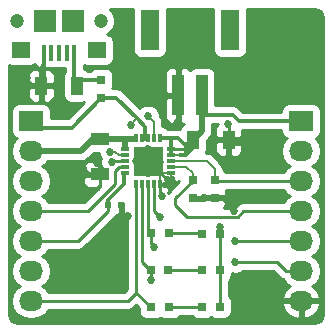
<source format=gtl>
%TF.GenerationSoftware,KiCad,Pcbnew,4.0.5-e0-6337~49~ubuntu16.04.1*%
%TF.CreationDate,2017-07-20T10:54:41-07:00*%
%TF.ProjectId,mcp73871-battery-mgmt-breakout,6D637037333837312D62617474657279,1.0*%
%TF.FileFunction,Copper,L1,Top,Signal*%
%FSLAX46Y46*%
G04 Gerber Fmt 4.6, Leading zero omitted, Abs format (unit mm)*
G04 Created by KiCad (PCBNEW 4.0.5-e0-6337~49~ubuntu16.04.1) date Thu Jul 20 10:54:41 2017*
%MOMM*%
%LPD*%
G01*
G04 APERTURE LIST*
%ADD10C,0.350000*%
%ADD11R,0.400000X1.350000*%
%ADD12R,1.600000X1.400000*%
%ADD13C,1.200000*%
%ADD14R,1.900000X1.900000*%
%ADD15R,1.000000X3.500000*%
%ADD16R,1.600000X3.400000*%
%ADD17R,2.032000X1.727200*%
%ADD18O,2.032000X1.727200*%
%ADD19R,0.800000X0.750000*%
%ADD20R,0.750000X0.800000*%
%ADD21R,0.600000X0.500000*%
%ADD22R,0.730000X0.300000*%
%ADD23R,0.300000X0.730000*%
%ADD24R,1.250000X1.250000*%
%ADD25R,1.600000X1.000000*%
%ADD26R,1.000000X1.600000*%
%ADD27C,0.685800*%
%ADD28C,0.330200*%
%ADD29C,0.254000*%
%ADD30C,0.152400*%
%ADD31C,0.508000*%
%ADD32C,0.330200*%
%ADD33C,0.350000*%
G04 APERTURE END LIST*
D10*
D11*
X120500836Y-78031234D03*
X119850836Y-78031234D03*
X119201736Y-78031234D03*
X118550836Y-78031234D03*
X117900836Y-78031234D03*
D12*
X122400836Y-77806234D03*
D13*
X122750836Y-75356234D03*
D14*
X120400836Y-75356234D03*
X118000836Y-75356234D03*
D12*
X116000836Y-77806234D03*
D13*
X115650836Y-75356234D03*
D15*
X131305600Y-81648400D03*
X129305600Y-81648400D03*
D16*
X133705600Y-76098400D03*
X126905600Y-76098400D03*
D17*
X116840000Y-83820000D03*
D18*
X116840000Y-86360000D03*
X116840000Y-88900000D03*
X116840000Y-91440000D03*
X116840000Y-93980000D03*
X116840000Y-96520000D03*
X116840000Y-99060000D03*
D17*
X139700000Y-83820000D03*
D18*
X139700000Y-86360000D03*
X139700000Y-88900000D03*
X139700000Y-91440000D03*
X139700000Y-93980000D03*
X139700000Y-96520000D03*
X139700000Y-99060000D03*
D19*
X131318000Y-93393490D03*
X132818000Y-93393490D03*
X131318000Y-96432162D03*
X132818000Y-96432162D03*
X131318000Y-99532000D03*
X132818000Y-99532000D03*
D20*
X122783600Y-81865600D03*
X122783600Y-80365600D03*
D19*
X128500000Y-93343490D03*
X127000000Y-93343490D03*
X128460128Y-96432162D03*
X126960128Y-96432162D03*
X128500000Y-99568000D03*
X127000000Y-99568000D03*
D21*
X123380000Y-90900000D03*
X124480000Y-90900000D03*
D20*
X132380000Y-88800000D03*
X132380000Y-90300000D03*
X130530000Y-88850000D03*
X130530000Y-90350000D03*
D22*
X124790000Y-86225000D03*
X124790000Y-86725000D03*
X124790000Y-87225000D03*
X124790000Y-87725000D03*
X124790000Y-88225000D03*
D23*
X125755000Y-89190000D03*
X126255000Y-89190000D03*
X126755000Y-89190000D03*
X127255000Y-89190000D03*
X127755000Y-89190000D03*
D22*
X128720000Y-88225000D03*
X128720000Y-87725000D03*
X128720000Y-87225000D03*
X128720000Y-86725000D03*
X128720000Y-86225000D03*
D23*
X127755000Y-85260000D03*
X127255000Y-85260000D03*
X126755000Y-85260000D03*
X126255000Y-85260000D03*
X125755000Y-85260000D03*
D24*
X127380000Y-87850000D03*
X127380000Y-86600000D03*
X126130000Y-87850000D03*
X126130000Y-86600000D03*
D25*
X122682000Y-85344000D03*
X122682000Y-88344000D03*
D26*
X120703600Y-80822800D03*
X117703600Y-80822800D03*
X130580000Y-85407500D03*
X133580000Y-85407500D03*
D27*
X121221500Y-87820500D03*
X133985000Y-91440000D03*
X122428000Y-87376000D03*
X127928110Y-90170000D03*
X129231053Y-83959690D03*
X135076320Y-85737690D03*
X125081890Y-91859110D03*
X133534461Y-84066106D03*
X116484400Y-80162400D03*
X131470400Y-90373200D03*
X128422400Y-88825000D03*
X129286000Y-79095600D03*
X128117600Y-81686400D03*
X127758098Y-87254538D03*
X125751902Y-87221942D03*
X126782981Y-88228098D03*
X126765238Y-86221902D03*
X126780000Y-87200000D03*
X132818000Y-92773500D03*
X123543991Y-86409786D03*
X125272800Y-84175600D03*
X127254000Y-94488000D03*
X134112000Y-95758000D03*
X127000000Y-97282000D03*
X123662903Y-87290806D03*
X134112000Y-93980000D03*
X127762000Y-91948000D03*
X126746000Y-83413600D03*
D28*
X122783600Y-80365600D02*
X121160800Y-80365600D01*
X121160800Y-80365600D02*
X120703600Y-80822800D01*
X120500836Y-78031234D02*
X120500836Y-80620036D01*
X120500836Y-80620036D02*
X120703600Y-80822800D01*
D29*
X122682000Y-88344000D02*
X121745000Y-88344000D01*
X121745000Y-88344000D02*
X121221500Y-87820500D01*
X133985000Y-91440000D02*
X133985000Y-90741500D01*
X132380000Y-90300000D02*
X132972000Y-90300000D01*
X132972000Y-90300000D02*
X134112000Y-91440000D01*
X122682000Y-88344000D02*
X122682000Y-89408000D01*
X122682000Y-88344000D02*
X122682000Y-87630000D01*
X122682000Y-87630000D02*
X122428000Y-87376000D01*
X127755000Y-89996890D02*
X127928110Y-90170000D01*
X127755000Y-89190000D02*
X127755000Y-89996890D01*
X129305600Y-81648400D02*
X129305600Y-83885143D01*
X129305600Y-83885143D02*
X129231053Y-83959690D01*
X135064010Y-85750000D02*
X135076320Y-85737690D01*
X133630000Y-85750000D02*
X135064010Y-85750000D01*
D28*
X124858910Y-91859110D02*
X125081890Y-91859110D01*
X124480000Y-90900000D02*
X124480000Y-91480200D01*
X124480000Y-91480200D02*
X124858910Y-91859110D01*
D30*
X117703600Y-80822800D02*
X117043200Y-80822800D01*
X117043200Y-80822800D02*
X116484400Y-81381600D01*
X117703600Y-80822800D02*
X117051200Y-80822800D01*
X117051200Y-80822800D02*
X116484400Y-80256000D01*
X116484400Y-80256000D02*
X116484400Y-80162400D01*
D28*
X117900836Y-78031234D02*
X117900836Y-80625564D01*
X117900836Y-80625564D02*
X117703600Y-80822800D01*
D30*
X130530000Y-90350000D02*
X131447200Y-90350000D01*
X131447200Y-90350000D02*
X131470400Y-90373200D01*
D29*
X127380000Y-87850000D02*
X127447400Y-87850000D01*
X127447400Y-87850000D02*
X128422400Y-88825000D01*
X133630000Y-85750000D02*
X133630000Y-83997200D01*
X129305600Y-81648400D02*
X129305600Y-79115200D01*
X129305600Y-79115200D02*
X129286000Y-79095600D01*
X129305600Y-81648400D02*
X128155600Y-81648400D01*
X128155600Y-81648400D02*
X128117600Y-81686400D01*
D30*
X128720000Y-88225000D02*
X128720000Y-88527400D01*
X128720000Y-88527400D02*
X128057400Y-89190000D01*
X128057400Y-89190000D02*
X127755000Y-89190000D01*
X128720000Y-88225000D02*
X127755000Y-88225000D01*
X127755000Y-88225000D02*
X127380000Y-87850000D01*
X127755000Y-89190000D02*
X127755000Y-88225000D01*
D29*
X126780000Y-87200000D02*
X127703560Y-87200000D01*
X127703560Y-87200000D02*
X127758098Y-87254538D01*
X126780000Y-87200000D02*
X125773844Y-87200000D01*
X125773844Y-87200000D02*
X125751902Y-87221942D01*
X126780000Y-87200000D02*
X126780000Y-88225117D01*
X126780000Y-87200000D02*
X126780000Y-86236664D01*
X126780000Y-86236664D02*
X126765238Y-86221902D01*
X126780000Y-87200000D02*
X126130000Y-87850000D01*
X127380000Y-86600000D02*
X127380000Y-87479000D01*
X124790000Y-86225000D02*
X124790000Y-85369200D01*
X124790000Y-85369200D02*
X124764800Y-85344000D01*
X122682000Y-85344000D02*
X125671000Y-85344000D01*
X125671000Y-85344000D02*
X125755000Y-85260000D01*
D31*
X122682000Y-85344000D02*
X122077200Y-85344000D01*
X122077200Y-85344000D02*
X121061200Y-86360000D01*
X121061200Y-86360000D02*
X116840000Y-86360000D01*
X122077200Y-85344000D02*
X122377200Y-85344000D01*
X124764800Y-85344000D02*
X125596999Y-85344000D01*
X122377200Y-85344000D02*
X124764800Y-85344000D01*
X124764800Y-85344000D02*
X124764800Y-86066999D01*
D28*
X129955000Y-86725000D02*
X129955000Y-86423500D01*
X129955000Y-86423500D02*
X129955000Y-85779500D01*
D29*
X130580000Y-85407500D02*
X130580000Y-85798500D01*
X130580000Y-85798500D02*
X129955000Y-86423500D01*
X130580000Y-85407500D02*
X130580000Y-85383500D01*
X130580000Y-85383500D02*
X131305600Y-84657900D01*
D28*
X131305600Y-83566000D02*
X131567495Y-83304105D01*
X131567495Y-83304105D02*
X133900222Y-83304105D01*
X133900222Y-83304105D02*
X134416117Y-83820000D01*
X134416117Y-83820000D02*
X139700000Y-83820000D01*
D31*
X131305600Y-81648400D02*
X131305600Y-83566000D01*
X131305600Y-83566000D02*
X131305600Y-84657900D01*
X131305600Y-84657900D02*
X130630000Y-85333500D01*
X130630000Y-85333500D02*
X130630000Y-85750000D01*
D28*
X130630000Y-85750000D02*
X129984500Y-85750000D01*
X129984500Y-85750000D02*
X129799800Y-85750000D01*
X129955000Y-85779500D02*
X129984500Y-85750000D01*
X128720000Y-86225000D02*
X128720000Y-85265500D01*
X128720000Y-85265500D02*
X128714500Y-85260000D01*
X128720000Y-86225000D02*
X128720000Y-86655899D01*
D30*
X128720000Y-86725000D02*
X129489382Y-86725000D01*
X129489382Y-86725000D02*
X129438400Y-86725000D01*
D28*
X129955000Y-86725000D02*
X129489382Y-86725000D01*
X130630000Y-85750000D02*
X130630000Y-86050000D01*
X130630000Y-86050000D02*
X129955000Y-86725000D01*
X129309800Y-85260000D02*
X128714500Y-85260000D01*
X128714500Y-85260000D02*
X127824101Y-85260000D01*
X129799800Y-85750000D02*
X129309800Y-85260000D01*
D29*
X130630000Y-85750000D02*
X130630000Y-85450000D01*
X129955000Y-86725000D02*
X129438400Y-86725000D01*
X128720000Y-86225000D02*
X129997200Y-86225000D01*
X130630000Y-85750000D02*
X130472200Y-85750000D01*
X130472200Y-85750000D02*
X129997200Y-86225000D01*
D30*
X128720000Y-86725000D02*
X128720000Y-86225000D01*
D29*
X128500000Y-93343490D02*
X131268000Y-93343490D01*
X131268000Y-93343490D02*
X131318000Y-93393490D01*
X132818000Y-93393490D02*
X132818000Y-92773500D01*
D30*
X124790000Y-86725000D02*
X124272600Y-86725000D01*
X124272600Y-86725000D02*
X123957386Y-86409786D01*
X123957386Y-86409786D02*
X123543991Y-86409786D01*
D28*
X124070236Y-81865600D02*
X122783600Y-81865600D01*
X124070236Y-81865600D02*
X125882400Y-83677764D01*
D29*
X132818000Y-96432162D02*
X132818000Y-93393490D01*
X132818000Y-99532000D02*
X132818000Y-96432162D01*
D28*
X116535200Y-84378800D02*
X120295400Y-84378800D01*
X120295400Y-84378800D02*
X122783600Y-81890600D01*
X122783600Y-81890600D02*
X122783600Y-81865600D01*
X125882400Y-83677764D02*
X126492000Y-84287364D01*
D30*
X125272800Y-84175600D02*
X125770636Y-83677764D01*
X125770636Y-83677764D02*
X125882400Y-83677764D01*
D28*
X126492000Y-84287364D02*
X126492000Y-85140800D01*
D30*
X126755000Y-85260000D02*
X126611200Y-85260000D01*
X126611200Y-85260000D02*
X126492000Y-85140800D01*
X126255000Y-85260000D02*
X126372800Y-85260000D01*
D28*
X126492000Y-85140800D02*
X126492000Y-85344000D01*
D30*
X126372800Y-85260000D02*
X126492000Y-85140800D01*
D29*
X128460128Y-96432162D02*
X131318000Y-96432162D01*
X128500000Y-99568000D02*
X131282000Y-99568000D01*
X131282000Y-99568000D02*
X131318000Y-99532000D01*
X127000000Y-93343490D02*
X127000000Y-94234000D01*
X127000000Y-94234000D02*
X127254000Y-94488000D01*
X126755000Y-89190000D02*
X126755000Y-93098490D01*
X126755000Y-93098490D02*
X127000000Y-93343490D01*
X137668000Y-95758000D02*
X134112000Y-95758000D01*
X139700000Y-96520000D02*
X138430000Y-96520000D01*
X138430000Y-96520000D02*
X137668000Y-95758000D01*
X127000000Y-97282000D02*
X127000000Y-96472034D01*
X127000000Y-96472034D02*
X126960128Y-96432162D01*
X126255000Y-89190000D02*
X126255000Y-95752034D01*
X126255000Y-95752034D02*
X126935128Y-96432162D01*
X126935128Y-96432162D02*
X126960128Y-96432162D01*
X116840000Y-99060000D02*
X125043000Y-99060000D01*
X125043000Y-99060000D02*
X125755000Y-98348000D01*
X125755000Y-89190000D02*
X125755000Y-98348000D01*
X125755000Y-98348000D02*
X126975000Y-99568000D01*
X126975000Y-99568000D02*
X127000000Y-99568000D01*
X116840000Y-93980000D02*
X120804000Y-93980000D01*
X123380000Y-91404000D02*
X123380000Y-90900000D01*
X120804000Y-93980000D02*
X123380000Y-91404000D01*
D28*
X124720899Y-88294101D02*
X124714000Y-88301000D01*
X124714000Y-88301000D02*
X124714000Y-89154000D01*
X124714000Y-89154000D02*
X123380000Y-90488000D01*
X123380000Y-90488000D02*
X123380000Y-90900000D01*
D29*
X139700000Y-88900000D02*
X132480000Y-88900000D01*
X132480000Y-88900000D02*
X132380000Y-88800000D01*
D30*
X131725800Y-87225000D02*
X132380000Y-87879200D01*
X132380000Y-87879200D02*
X132380000Y-88800000D01*
X128720000Y-87225000D02*
X131725800Y-87225000D01*
D29*
X139700000Y-91440000D02*
X134830011Y-91440000D01*
X134830011Y-91440000D02*
X134344869Y-91925142D01*
X134344869Y-91925142D02*
X130025142Y-91925142D01*
X129032000Y-90932000D02*
X129032000Y-90373000D01*
X130025142Y-91925142D02*
X129032000Y-90932000D01*
X129032000Y-90373000D02*
X130530000Y-88875000D01*
X130530000Y-88875000D02*
X130530000Y-88850000D01*
D30*
X129990600Y-87725000D02*
X130530000Y-88264400D01*
X130530000Y-88264400D02*
X130530000Y-88850000D01*
X128720000Y-87725000D02*
X129990600Y-87725000D01*
D29*
X124790000Y-87225000D02*
X123728709Y-87225000D01*
X123728709Y-87225000D02*
X123662903Y-87290806D01*
X121646192Y-91440000D02*
X123952000Y-89134192D01*
X116840000Y-91440000D02*
X121646192Y-91440000D01*
X124248264Y-87725000D02*
X124790000Y-87725000D01*
X123952000Y-89134192D02*
X123952000Y-88021264D01*
X123952000Y-88021264D02*
X124248264Y-87725000D01*
X134366000Y-93980000D02*
X134112000Y-93980000D01*
X139700000Y-93980000D02*
X134366000Y-93980000D01*
X127255000Y-89190000D02*
X127255000Y-91441000D01*
X127255000Y-91441000D02*
X127762000Y-91948000D01*
D30*
X127255000Y-85260000D02*
X127255000Y-83922600D01*
X127255000Y-83922600D02*
X126746000Y-83413600D01*
D29*
G36*
X125458160Y-74398400D02*
X125458160Y-77798400D01*
X125502438Y-78033717D01*
X125641510Y-78249841D01*
X125853710Y-78394831D01*
X126105600Y-78445840D01*
X127705600Y-78445840D01*
X127940917Y-78401562D01*
X128157041Y-78262490D01*
X128302031Y-78050290D01*
X128353040Y-77798400D01*
X128353040Y-74398400D01*
X128347922Y-74371200D01*
X132263668Y-74371200D01*
X132258160Y-74398400D01*
X132258160Y-77798400D01*
X132302438Y-78033717D01*
X132441510Y-78249841D01*
X132653710Y-78394831D01*
X132905600Y-78445840D01*
X134505600Y-78445840D01*
X134740917Y-78401562D01*
X134957041Y-78262490D01*
X135102031Y-78050290D01*
X135153040Y-77798400D01*
X135153040Y-74398400D01*
X135147922Y-74371200D01*
X140899955Y-74371200D01*
X141178511Y-74426608D01*
X141355278Y-74544720D01*
X141473392Y-74721490D01*
X141528800Y-75000049D01*
X141528800Y-100259951D01*
X141473392Y-100538510D01*
X141355278Y-100715280D01*
X141178511Y-100833392D01*
X140899955Y-100888800D01*
X115640049Y-100888800D01*
X115361490Y-100833392D01*
X115184720Y-100715278D01*
X115066608Y-100538511D01*
X115011200Y-100259955D01*
X115011200Y-81108550D01*
X116568600Y-81108550D01*
X116568600Y-81749110D01*
X116665273Y-81982499D01*
X116843902Y-82161127D01*
X117077291Y-82257800D01*
X117417850Y-82257800D01*
X117576600Y-82099050D01*
X117576600Y-80949800D01*
X117830600Y-80949800D01*
X117830600Y-82099050D01*
X117989350Y-82257800D01*
X118329909Y-82257800D01*
X118563298Y-82161127D01*
X118741927Y-81982499D01*
X118838600Y-81749110D01*
X118838600Y-81108550D01*
X118679850Y-80949800D01*
X117830600Y-80949800D01*
X117576600Y-80949800D01*
X116727350Y-80949800D01*
X116568600Y-81108550D01*
X115011200Y-81108550D01*
X115011200Y-79896490D01*
X116568600Y-79896490D01*
X116568600Y-80537050D01*
X116727350Y-80695800D01*
X117576600Y-80695800D01*
X117576600Y-79546550D01*
X117830600Y-79546550D01*
X117830600Y-80695800D01*
X118679850Y-80695800D01*
X118838600Y-80537050D01*
X118838600Y-79896490D01*
X118741927Y-79663101D01*
X118563298Y-79484473D01*
X118329909Y-79387800D01*
X117989350Y-79387800D01*
X117830600Y-79546550D01*
X117576600Y-79546550D01*
X117417850Y-79387800D01*
X117077291Y-79387800D01*
X116843902Y-79484473D01*
X116665273Y-79663101D01*
X116568600Y-79896490D01*
X115011200Y-79896490D01*
X115011200Y-79115272D01*
X115200836Y-79153674D01*
X116800836Y-79153674D01*
X117036153Y-79109396D01*
X117150132Y-79036052D01*
X117162509Y-79065932D01*
X117341137Y-79244561D01*
X117574526Y-79341234D01*
X117642086Y-79341234D01*
X117800836Y-79182484D01*
X117800836Y-79024167D01*
X117886746Y-79157675D01*
X118098946Y-79302665D01*
X118126621Y-79308269D01*
X118159586Y-79341234D01*
X118227146Y-79341234D01*
X118247589Y-79332766D01*
X118350836Y-79353674D01*
X118750836Y-79353674D01*
X118880891Y-79329202D01*
X119001736Y-79353674D01*
X119401736Y-79353674D01*
X119530858Y-79329378D01*
X119650836Y-79353674D01*
X119700736Y-79353674D01*
X119700736Y-79633970D01*
X119607169Y-79770910D01*
X119556160Y-80022800D01*
X119556160Y-81622800D01*
X119600438Y-81858117D01*
X119739510Y-82074241D01*
X119951710Y-82219231D01*
X120203600Y-82270240D01*
X121203600Y-82270240D01*
X121288405Y-82254283D01*
X119963988Y-83578700D01*
X118503440Y-83578700D01*
X118503440Y-82956400D01*
X118459162Y-82721083D01*
X118320090Y-82504959D01*
X118107890Y-82359969D01*
X117856000Y-82308960D01*
X115824000Y-82308960D01*
X115588683Y-82353238D01*
X115372559Y-82492310D01*
X115227569Y-82704510D01*
X115176560Y-82956400D01*
X115176560Y-84683600D01*
X115220838Y-84918917D01*
X115359910Y-85135041D01*
X115572110Y-85280031D01*
X115613439Y-85288400D01*
X115595585Y-85300330D01*
X115270729Y-85786511D01*
X115156655Y-86360000D01*
X115270729Y-86933489D01*
X115595585Y-87419670D01*
X115910366Y-87630000D01*
X115595585Y-87840330D01*
X115270729Y-88326511D01*
X115156655Y-88900000D01*
X115270729Y-89473489D01*
X115595585Y-89959670D01*
X115910366Y-90170000D01*
X115595585Y-90380330D01*
X115270729Y-90866511D01*
X115156655Y-91440000D01*
X115270729Y-92013489D01*
X115595585Y-92499670D01*
X115910366Y-92710000D01*
X115595585Y-92920330D01*
X115270729Y-93406511D01*
X115156655Y-93980000D01*
X115270729Y-94553489D01*
X115595585Y-95039670D01*
X115910366Y-95250000D01*
X115595585Y-95460330D01*
X115270729Y-95946511D01*
X115156655Y-96520000D01*
X115270729Y-97093489D01*
X115595585Y-97579670D01*
X115910366Y-97790000D01*
X115595585Y-98000330D01*
X115270729Y-98486511D01*
X115156655Y-99060000D01*
X115270729Y-99633489D01*
X115595585Y-100119670D01*
X116081766Y-100444526D01*
X116655255Y-100558600D01*
X117024745Y-100558600D01*
X117598234Y-100444526D01*
X118084415Y-100119670D01*
X118283312Y-99822000D01*
X125043000Y-99822000D01*
X125334605Y-99763996D01*
X125581815Y-99598815D01*
X125755000Y-99425630D01*
X125952560Y-99623191D01*
X125952560Y-99943000D01*
X125996838Y-100178317D01*
X126135910Y-100394441D01*
X126348110Y-100539431D01*
X126600000Y-100590440D01*
X127400000Y-100590440D01*
X127635317Y-100546162D01*
X127749978Y-100472380D01*
X127848110Y-100539431D01*
X128100000Y-100590440D01*
X128900000Y-100590440D01*
X129135317Y-100546162D01*
X129351441Y-100407090D01*
X129404114Y-100330000D01*
X130435609Y-100330000D01*
X130453910Y-100358441D01*
X130666110Y-100503431D01*
X130918000Y-100554440D01*
X131718000Y-100554440D01*
X131953317Y-100510162D01*
X132067978Y-100436380D01*
X132166110Y-100503431D01*
X132418000Y-100554440D01*
X133218000Y-100554440D01*
X133453317Y-100510162D01*
X133669441Y-100371090D01*
X133814431Y-100158890D01*
X133865440Y-99907000D01*
X133865440Y-99419026D01*
X138092642Y-99419026D01*
X138095291Y-99434791D01*
X138349268Y-99962036D01*
X138785680Y-100351954D01*
X139338087Y-100545184D01*
X139573000Y-100400924D01*
X139573000Y-99187000D01*
X139827000Y-99187000D01*
X139827000Y-100400924D01*
X140061913Y-100545184D01*
X140614320Y-100351954D01*
X141050732Y-99962036D01*
X141304709Y-99434791D01*
X141307358Y-99419026D01*
X141186217Y-99187000D01*
X139827000Y-99187000D01*
X139573000Y-99187000D01*
X138213783Y-99187000D01*
X138092642Y-99419026D01*
X133865440Y-99419026D01*
X133865440Y-99157000D01*
X133821162Y-98921683D01*
X133682090Y-98705559D01*
X133580000Y-98635804D01*
X133580000Y-97328806D01*
X133669441Y-97271252D01*
X133814431Y-97059052D01*
X133865440Y-96807162D01*
X133865440Y-96714474D01*
X133916630Y-96735730D01*
X134305663Y-96736069D01*
X134665212Y-96587507D01*
X134732837Y-96520000D01*
X137352370Y-96520000D01*
X137891185Y-97058816D01*
X138039377Y-97157834D01*
X138138395Y-97223996D01*
X138230123Y-97242242D01*
X138455585Y-97579670D01*
X138765069Y-97786461D01*
X138349268Y-98157964D01*
X138095291Y-98685209D01*
X138092642Y-98700974D01*
X138213783Y-98933000D01*
X139573000Y-98933000D01*
X139573000Y-98913000D01*
X139827000Y-98913000D01*
X139827000Y-98933000D01*
X141186217Y-98933000D01*
X141307358Y-98700974D01*
X141304709Y-98685209D01*
X141050732Y-98157964D01*
X140634931Y-97786461D01*
X140944415Y-97579670D01*
X141269271Y-97093489D01*
X141383345Y-96520000D01*
X141269271Y-95946511D01*
X140944415Y-95460330D01*
X140629634Y-95250000D01*
X140944415Y-95039670D01*
X141269271Y-94553489D01*
X141383345Y-93980000D01*
X141269271Y-93406511D01*
X140944415Y-92920330D01*
X140629634Y-92710000D01*
X140944415Y-92499670D01*
X141269271Y-92013489D01*
X141383345Y-91440000D01*
X141269271Y-90866511D01*
X140944415Y-90380330D01*
X140629634Y-90170000D01*
X140944415Y-89959670D01*
X141269271Y-89473489D01*
X141383345Y-88900000D01*
X141269271Y-88326511D01*
X140944415Y-87840330D01*
X140629634Y-87630000D01*
X140944415Y-87419670D01*
X141269271Y-86933489D01*
X141383345Y-86360000D01*
X141269271Y-85786511D01*
X140944415Y-85300330D01*
X140930087Y-85290757D01*
X140951317Y-85286762D01*
X141167441Y-85147690D01*
X141312431Y-84935490D01*
X141363440Y-84683600D01*
X141363440Y-82956400D01*
X141319162Y-82721083D01*
X141180090Y-82504959D01*
X140967890Y-82359969D01*
X140716000Y-82308960D01*
X138684000Y-82308960D01*
X138448683Y-82353238D01*
X138232559Y-82492310D01*
X138087569Y-82704510D01*
X138036560Y-82956400D01*
X138036560Y-83019900D01*
X134747529Y-83019900D01*
X134465978Y-82738349D01*
X134206407Y-82564909D01*
X133900222Y-82504005D01*
X132453040Y-82504005D01*
X132453040Y-79898400D01*
X132408762Y-79663083D01*
X132269690Y-79446959D01*
X132057490Y-79301969D01*
X131805600Y-79250960D01*
X130805600Y-79250960D01*
X130570283Y-79295238D01*
X130354159Y-79434310D01*
X130307631Y-79502406D01*
X130165298Y-79360073D01*
X129931909Y-79263400D01*
X129591350Y-79263400D01*
X129432600Y-79422150D01*
X129432600Y-81521400D01*
X129452600Y-81521400D01*
X129452600Y-81775400D01*
X129432600Y-81775400D01*
X129432600Y-83874650D01*
X129591350Y-84033400D01*
X129799519Y-84033400D01*
X129628559Y-84143410D01*
X129483569Y-84355610D01*
X129456539Y-84489088D01*
X129309800Y-84459900D01*
X128379605Y-84459900D01*
X128369090Y-84443559D01*
X128156890Y-84298569D01*
X127966200Y-84259953D01*
X127966200Y-83922600D01*
X127912063Y-83650436D01*
X127883216Y-83607263D01*
X127757895Y-83419706D01*
X127723925Y-83385736D01*
X127724069Y-83219937D01*
X127575507Y-82860388D01*
X127300659Y-82585060D01*
X126941370Y-82435870D01*
X126552337Y-82435531D01*
X126192788Y-82584093D01*
X126056396Y-82720248D01*
X125270298Y-81934150D01*
X128170600Y-81934150D01*
X128170600Y-83524710D01*
X128267273Y-83758099D01*
X128445902Y-83936727D01*
X128679291Y-84033400D01*
X129019850Y-84033400D01*
X129178600Y-83874650D01*
X129178600Y-81775400D01*
X128329350Y-81775400D01*
X128170600Y-81934150D01*
X125270298Y-81934150D01*
X124635992Y-81299844D01*
X124376421Y-81126404D01*
X124070236Y-81065500D01*
X123722227Y-81065500D01*
X123755031Y-81017490D01*
X123806040Y-80765600D01*
X123806040Y-79965600D01*
X123769629Y-79772090D01*
X128170600Y-79772090D01*
X128170600Y-81362650D01*
X128329350Y-81521400D01*
X129178600Y-81521400D01*
X129178600Y-79422150D01*
X129019850Y-79263400D01*
X128679291Y-79263400D01*
X128445902Y-79360073D01*
X128267273Y-79538701D01*
X128170600Y-79772090D01*
X123769629Y-79772090D01*
X123761762Y-79730283D01*
X123622690Y-79514159D01*
X123410490Y-79369169D01*
X123158600Y-79318160D01*
X122408600Y-79318160D01*
X122173283Y-79362438D01*
X121957159Y-79501510D01*
X121913437Y-79565500D01*
X121659115Y-79565500D01*
X121455490Y-79426369D01*
X121300936Y-79395071D01*
X121300936Y-79069861D01*
X121348946Y-79102665D01*
X121600836Y-79153674D01*
X123200836Y-79153674D01*
X123436153Y-79109396D01*
X123652277Y-78970324D01*
X123797267Y-78758124D01*
X123848276Y-78506234D01*
X123848276Y-77106234D01*
X123803998Y-76870917D01*
X123664926Y-76654793D01*
X123452726Y-76509803D01*
X123278431Y-76474507D01*
X123449493Y-76403826D01*
X123797207Y-76056719D01*
X123985621Y-75602968D01*
X123986050Y-75111655D01*
X123798428Y-74657577D01*
X123512551Y-74371200D01*
X125463668Y-74371200D01*
X125458160Y-74398400D01*
X125458160Y-74398400D01*
G37*
X125458160Y-74398400D02*
X125458160Y-77798400D01*
X125502438Y-78033717D01*
X125641510Y-78249841D01*
X125853710Y-78394831D01*
X126105600Y-78445840D01*
X127705600Y-78445840D01*
X127940917Y-78401562D01*
X128157041Y-78262490D01*
X128302031Y-78050290D01*
X128353040Y-77798400D01*
X128353040Y-74398400D01*
X128347922Y-74371200D01*
X132263668Y-74371200D01*
X132258160Y-74398400D01*
X132258160Y-77798400D01*
X132302438Y-78033717D01*
X132441510Y-78249841D01*
X132653710Y-78394831D01*
X132905600Y-78445840D01*
X134505600Y-78445840D01*
X134740917Y-78401562D01*
X134957041Y-78262490D01*
X135102031Y-78050290D01*
X135153040Y-77798400D01*
X135153040Y-74398400D01*
X135147922Y-74371200D01*
X140899955Y-74371200D01*
X141178511Y-74426608D01*
X141355278Y-74544720D01*
X141473392Y-74721490D01*
X141528800Y-75000049D01*
X141528800Y-100259951D01*
X141473392Y-100538510D01*
X141355278Y-100715280D01*
X141178511Y-100833392D01*
X140899955Y-100888800D01*
X115640049Y-100888800D01*
X115361490Y-100833392D01*
X115184720Y-100715278D01*
X115066608Y-100538511D01*
X115011200Y-100259955D01*
X115011200Y-81108550D01*
X116568600Y-81108550D01*
X116568600Y-81749110D01*
X116665273Y-81982499D01*
X116843902Y-82161127D01*
X117077291Y-82257800D01*
X117417850Y-82257800D01*
X117576600Y-82099050D01*
X117576600Y-80949800D01*
X117830600Y-80949800D01*
X117830600Y-82099050D01*
X117989350Y-82257800D01*
X118329909Y-82257800D01*
X118563298Y-82161127D01*
X118741927Y-81982499D01*
X118838600Y-81749110D01*
X118838600Y-81108550D01*
X118679850Y-80949800D01*
X117830600Y-80949800D01*
X117576600Y-80949800D01*
X116727350Y-80949800D01*
X116568600Y-81108550D01*
X115011200Y-81108550D01*
X115011200Y-79896490D01*
X116568600Y-79896490D01*
X116568600Y-80537050D01*
X116727350Y-80695800D01*
X117576600Y-80695800D01*
X117576600Y-79546550D01*
X117830600Y-79546550D01*
X117830600Y-80695800D01*
X118679850Y-80695800D01*
X118838600Y-80537050D01*
X118838600Y-79896490D01*
X118741927Y-79663101D01*
X118563298Y-79484473D01*
X118329909Y-79387800D01*
X117989350Y-79387800D01*
X117830600Y-79546550D01*
X117576600Y-79546550D01*
X117417850Y-79387800D01*
X117077291Y-79387800D01*
X116843902Y-79484473D01*
X116665273Y-79663101D01*
X116568600Y-79896490D01*
X115011200Y-79896490D01*
X115011200Y-79115272D01*
X115200836Y-79153674D01*
X116800836Y-79153674D01*
X117036153Y-79109396D01*
X117150132Y-79036052D01*
X117162509Y-79065932D01*
X117341137Y-79244561D01*
X117574526Y-79341234D01*
X117642086Y-79341234D01*
X117800836Y-79182484D01*
X117800836Y-79024167D01*
X117886746Y-79157675D01*
X118098946Y-79302665D01*
X118126621Y-79308269D01*
X118159586Y-79341234D01*
X118227146Y-79341234D01*
X118247589Y-79332766D01*
X118350836Y-79353674D01*
X118750836Y-79353674D01*
X118880891Y-79329202D01*
X119001736Y-79353674D01*
X119401736Y-79353674D01*
X119530858Y-79329378D01*
X119650836Y-79353674D01*
X119700736Y-79353674D01*
X119700736Y-79633970D01*
X119607169Y-79770910D01*
X119556160Y-80022800D01*
X119556160Y-81622800D01*
X119600438Y-81858117D01*
X119739510Y-82074241D01*
X119951710Y-82219231D01*
X120203600Y-82270240D01*
X121203600Y-82270240D01*
X121288405Y-82254283D01*
X119963988Y-83578700D01*
X118503440Y-83578700D01*
X118503440Y-82956400D01*
X118459162Y-82721083D01*
X118320090Y-82504959D01*
X118107890Y-82359969D01*
X117856000Y-82308960D01*
X115824000Y-82308960D01*
X115588683Y-82353238D01*
X115372559Y-82492310D01*
X115227569Y-82704510D01*
X115176560Y-82956400D01*
X115176560Y-84683600D01*
X115220838Y-84918917D01*
X115359910Y-85135041D01*
X115572110Y-85280031D01*
X115613439Y-85288400D01*
X115595585Y-85300330D01*
X115270729Y-85786511D01*
X115156655Y-86360000D01*
X115270729Y-86933489D01*
X115595585Y-87419670D01*
X115910366Y-87630000D01*
X115595585Y-87840330D01*
X115270729Y-88326511D01*
X115156655Y-88900000D01*
X115270729Y-89473489D01*
X115595585Y-89959670D01*
X115910366Y-90170000D01*
X115595585Y-90380330D01*
X115270729Y-90866511D01*
X115156655Y-91440000D01*
X115270729Y-92013489D01*
X115595585Y-92499670D01*
X115910366Y-92710000D01*
X115595585Y-92920330D01*
X115270729Y-93406511D01*
X115156655Y-93980000D01*
X115270729Y-94553489D01*
X115595585Y-95039670D01*
X115910366Y-95250000D01*
X115595585Y-95460330D01*
X115270729Y-95946511D01*
X115156655Y-96520000D01*
X115270729Y-97093489D01*
X115595585Y-97579670D01*
X115910366Y-97790000D01*
X115595585Y-98000330D01*
X115270729Y-98486511D01*
X115156655Y-99060000D01*
X115270729Y-99633489D01*
X115595585Y-100119670D01*
X116081766Y-100444526D01*
X116655255Y-100558600D01*
X117024745Y-100558600D01*
X117598234Y-100444526D01*
X118084415Y-100119670D01*
X118283312Y-99822000D01*
X125043000Y-99822000D01*
X125334605Y-99763996D01*
X125581815Y-99598815D01*
X125755000Y-99425630D01*
X125952560Y-99623191D01*
X125952560Y-99943000D01*
X125996838Y-100178317D01*
X126135910Y-100394441D01*
X126348110Y-100539431D01*
X126600000Y-100590440D01*
X127400000Y-100590440D01*
X127635317Y-100546162D01*
X127749978Y-100472380D01*
X127848110Y-100539431D01*
X128100000Y-100590440D01*
X128900000Y-100590440D01*
X129135317Y-100546162D01*
X129351441Y-100407090D01*
X129404114Y-100330000D01*
X130435609Y-100330000D01*
X130453910Y-100358441D01*
X130666110Y-100503431D01*
X130918000Y-100554440D01*
X131718000Y-100554440D01*
X131953317Y-100510162D01*
X132067978Y-100436380D01*
X132166110Y-100503431D01*
X132418000Y-100554440D01*
X133218000Y-100554440D01*
X133453317Y-100510162D01*
X133669441Y-100371090D01*
X133814431Y-100158890D01*
X133865440Y-99907000D01*
X133865440Y-99419026D01*
X138092642Y-99419026D01*
X138095291Y-99434791D01*
X138349268Y-99962036D01*
X138785680Y-100351954D01*
X139338087Y-100545184D01*
X139573000Y-100400924D01*
X139573000Y-99187000D01*
X139827000Y-99187000D01*
X139827000Y-100400924D01*
X140061913Y-100545184D01*
X140614320Y-100351954D01*
X141050732Y-99962036D01*
X141304709Y-99434791D01*
X141307358Y-99419026D01*
X141186217Y-99187000D01*
X139827000Y-99187000D01*
X139573000Y-99187000D01*
X138213783Y-99187000D01*
X138092642Y-99419026D01*
X133865440Y-99419026D01*
X133865440Y-99157000D01*
X133821162Y-98921683D01*
X133682090Y-98705559D01*
X133580000Y-98635804D01*
X133580000Y-97328806D01*
X133669441Y-97271252D01*
X133814431Y-97059052D01*
X133865440Y-96807162D01*
X133865440Y-96714474D01*
X133916630Y-96735730D01*
X134305663Y-96736069D01*
X134665212Y-96587507D01*
X134732837Y-96520000D01*
X137352370Y-96520000D01*
X137891185Y-97058816D01*
X138039377Y-97157834D01*
X138138395Y-97223996D01*
X138230123Y-97242242D01*
X138455585Y-97579670D01*
X138765069Y-97786461D01*
X138349268Y-98157964D01*
X138095291Y-98685209D01*
X138092642Y-98700974D01*
X138213783Y-98933000D01*
X139573000Y-98933000D01*
X139573000Y-98913000D01*
X139827000Y-98913000D01*
X139827000Y-98933000D01*
X141186217Y-98933000D01*
X141307358Y-98700974D01*
X141304709Y-98685209D01*
X141050732Y-98157964D01*
X140634931Y-97786461D01*
X140944415Y-97579670D01*
X141269271Y-97093489D01*
X141383345Y-96520000D01*
X141269271Y-95946511D01*
X140944415Y-95460330D01*
X140629634Y-95250000D01*
X140944415Y-95039670D01*
X141269271Y-94553489D01*
X141383345Y-93980000D01*
X141269271Y-93406511D01*
X140944415Y-92920330D01*
X140629634Y-92710000D01*
X140944415Y-92499670D01*
X141269271Y-92013489D01*
X141383345Y-91440000D01*
X141269271Y-90866511D01*
X140944415Y-90380330D01*
X140629634Y-90170000D01*
X140944415Y-89959670D01*
X141269271Y-89473489D01*
X141383345Y-88900000D01*
X141269271Y-88326511D01*
X140944415Y-87840330D01*
X140629634Y-87630000D01*
X140944415Y-87419670D01*
X141269271Y-86933489D01*
X141383345Y-86360000D01*
X141269271Y-85786511D01*
X140944415Y-85300330D01*
X140930087Y-85290757D01*
X140951317Y-85286762D01*
X141167441Y-85147690D01*
X141312431Y-84935490D01*
X141363440Y-84683600D01*
X141363440Y-82956400D01*
X141319162Y-82721083D01*
X141180090Y-82504959D01*
X140967890Y-82359969D01*
X140716000Y-82308960D01*
X138684000Y-82308960D01*
X138448683Y-82353238D01*
X138232559Y-82492310D01*
X138087569Y-82704510D01*
X138036560Y-82956400D01*
X138036560Y-83019900D01*
X134747529Y-83019900D01*
X134465978Y-82738349D01*
X134206407Y-82564909D01*
X133900222Y-82504005D01*
X132453040Y-82504005D01*
X132453040Y-79898400D01*
X132408762Y-79663083D01*
X132269690Y-79446959D01*
X132057490Y-79301969D01*
X131805600Y-79250960D01*
X130805600Y-79250960D01*
X130570283Y-79295238D01*
X130354159Y-79434310D01*
X130307631Y-79502406D01*
X130165298Y-79360073D01*
X129931909Y-79263400D01*
X129591350Y-79263400D01*
X129432600Y-79422150D01*
X129432600Y-81521400D01*
X129452600Y-81521400D01*
X129452600Y-81775400D01*
X129432600Y-81775400D01*
X129432600Y-83874650D01*
X129591350Y-84033400D01*
X129799519Y-84033400D01*
X129628559Y-84143410D01*
X129483569Y-84355610D01*
X129456539Y-84489088D01*
X129309800Y-84459900D01*
X128379605Y-84459900D01*
X128369090Y-84443559D01*
X128156890Y-84298569D01*
X127966200Y-84259953D01*
X127966200Y-83922600D01*
X127912063Y-83650436D01*
X127883216Y-83607263D01*
X127757895Y-83419706D01*
X127723925Y-83385736D01*
X127724069Y-83219937D01*
X127575507Y-82860388D01*
X127300659Y-82585060D01*
X126941370Y-82435870D01*
X126552337Y-82435531D01*
X126192788Y-82584093D01*
X126056396Y-82720248D01*
X125270298Y-81934150D01*
X128170600Y-81934150D01*
X128170600Y-83524710D01*
X128267273Y-83758099D01*
X128445902Y-83936727D01*
X128679291Y-84033400D01*
X129019850Y-84033400D01*
X129178600Y-83874650D01*
X129178600Y-81775400D01*
X128329350Y-81775400D01*
X128170600Y-81934150D01*
X125270298Y-81934150D01*
X124635992Y-81299844D01*
X124376421Y-81126404D01*
X124070236Y-81065500D01*
X123722227Y-81065500D01*
X123755031Y-81017490D01*
X123806040Y-80765600D01*
X123806040Y-79965600D01*
X123769629Y-79772090D01*
X128170600Y-79772090D01*
X128170600Y-81362650D01*
X128329350Y-81521400D01*
X129178600Y-81521400D01*
X129178600Y-79422150D01*
X129019850Y-79263400D01*
X128679291Y-79263400D01*
X128445902Y-79360073D01*
X128267273Y-79538701D01*
X128170600Y-79772090D01*
X123769629Y-79772090D01*
X123761762Y-79730283D01*
X123622690Y-79514159D01*
X123410490Y-79369169D01*
X123158600Y-79318160D01*
X122408600Y-79318160D01*
X122173283Y-79362438D01*
X121957159Y-79501510D01*
X121913437Y-79565500D01*
X121659115Y-79565500D01*
X121455490Y-79426369D01*
X121300936Y-79395071D01*
X121300936Y-79069861D01*
X121348946Y-79102665D01*
X121600836Y-79153674D01*
X123200836Y-79153674D01*
X123436153Y-79109396D01*
X123652277Y-78970324D01*
X123797267Y-78758124D01*
X123848276Y-78506234D01*
X123848276Y-77106234D01*
X123803998Y-76870917D01*
X123664926Y-76654793D01*
X123452726Y-76509803D01*
X123278431Y-76474507D01*
X123449493Y-76403826D01*
X123797207Y-76056719D01*
X123985621Y-75602968D01*
X123986050Y-75111655D01*
X123798428Y-74657577D01*
X123512551Y-74371200D01*
X125463668Y-74371200D01*
X125458160Y-74398400D01*
G36*
X124607000Y-90775000D02*
X124627000Y-90775000D01*
X124627000Y-91025000D01*
X124607000Y-91025000D01*
X124607000Y-91626250D01*
X124765750Y-91785000D01*
X124906309Y-91785000D01*
X124993000Y-91749091D01*
X124993000Y-98032370D01*
X124727370Y-98298000D01*
X118283312Y-98298000D01*
X118084415Y-98000330D01*
X117769634Y-97790000D01*
X118084415Y-97579670D01*
X118409271Y-97093489D01*
X118523345Y-96520000D01*
X118409271Y-95946511D01*
X118084415Y-95460330D01*
X117769634Y-95250000D01*
X118084415Y-95039670D01*
X118283312Y-94742000D01*
X120804000Y-94742000D01*
X121095605Y-94683996D01*
X121342815Y-94518815D01*
X123918815Y-91942815D01*
X124030643Y-91775453D01*
X124053691Y-91785000D01*
X124194250Y-91785000D01*
X124353000Y-91626250D01*
X124353000Y-91025000D01*
X124333000Y-91025000D01*
X124333000Y-90775000D01*
X124353000Y-90775000D01*
X124353000Y-90753000D01*
X124607000Y-90753000D01*
X124607000Y-90775000D01*
X124607000Y-90775000D01*
G37*
X124607000Y-90775000D02*
X124627000Y-90775000D01*
X124627000Y-91025000D01*
X124607000Y-91025000D01*
X124607000Y-91626250D01*
X124765750Y-91785000D01*
X124906309Y-91785000D01*
X124993000Y-91749091D01*
X124993000Y-98032370D01*
X124727370Y-98298000D01*
X118283312Y-98298000D01*
X118084415Y-98000330D01*
X117769634Y-97790000D01*
X118084415Y-97579670D01*
X118409271Y-97093489D01*
X118523345Y-96520000D01*
X118409271Y-95946511D01*
X118084415Y-95460330D01*
X117769634Y-95250000D01*
X118084415Y-95039670D01*
X118283312Y-94742000D01*
X120804000Y-94742000D01*
X121095605Y-94683996D01*
X121342815Y-94518815D01*
X123918815Y-91942815D01*
X124030643Y-91775453D01*
X124053691Y-91785000D01*
X124194250Y-91785000D01*
X124353000Y-91626250D01*
X124353000Y-91025000D01*
X124333000Y-91025000D01*
X124333000Y-90775000D01*
X124353000Y-90775000D01*
X124353000Y-90753000D01*
X124607000Y-90753000D01*
X124607000Y-90775000D01*
G36*
X138455585Y-89959670D02*
X138770366Y-90170000D01*
X138455585Y-90380330D01*
X138256688Y-90678000D01*
X134830011Y-90678000D01*
X134538406Y-90736004D01*
X134291195Y-90901185D01*
X134029239Y-91163142D01*
X133189884Y-91163142D01*
X133293327Y-91059698D01*
X133390000Y-90826309D01*
X133390000Y-90585750D01*
X133231250Y-90427000D01*
X132507000Y-90427000D01*
X132507000Y-90447000D01*
X132253000Y-90447000D01*
X132253000Y-90427000D01*
X131528750Y-90427000D01*
X131430000Y-90525750D01*
X131381250Y-90477000D01*
X130657000Y-90477000D01*
X130657000Y-90497000D01*
X130403000Y-90497000D01*
X130403000Y-90477000D01*
X130383000Y-90477000D01*
X130383000Y-90223000D01*
X130403000Y-90223000D01*
X130403000Y-90203000D01*
X130657000Y-90203000D01*
X130657000Y-90223000D01*
X131381250Y-90223000D01*
X131480000Y-90124250D01*
X131528750Y-90173000D01*
X132253000Y-90173000D01*
X132253000Y-90153000D01*
X132507000Y-90153000D01*
X132507000Y-90173000D01*
X133231250Y-90173000D01*
X133390000Y-90014250D01*
X133390000Y-89773691D01*
X133343736Y-89662000D01*
X138256688Y-89662000D01*
X138455585Y-89959670D01*
X138455585Y-89959670D01*
G37*
X138455585Y-89959670D02*
X138770366Y-90170000D01*
X138455585Y-90380330D01*
X138256688Y-90678000D01*
X134830011Y-90678000D01*
X134538406Y-90736004D01*
X134291195Y-90901185D01*
X134029239Y-91163142D01*
X133189884Y-91163142D01*
X133293327Y-91059698D01*
X133390000Y-90826309D01*
X133390000Y-90585750D01*
X133231250Y-90427000D01*
X132507000Y-90427000D01*
X132507000Y-90447000D01*
X132253000Y-90447000D01*
X132253000Y-90427000D01*
X131528750Y-90427000D01*
X131430000Y-90525750D01*
X131381250Y-90477000D01*
X130657000Y-90477000D01*
X130657000Y-90497000D01*
X130403000Y-90497000D01*
X130403000Y-90477000D01*
X130383000Y-90477000D01*
X130383000Y-90223000D01*
X130403000Y-90223000D01*
X130403000Y-90203000D01*
X130657000Y-90203000D01*
X130657000Y-90223000D01*
X131381250Y-90223000D01*
X131480000Y-90124250D01*
X131528750Y-90173000D01*
X132253000Y-90173000D01*
X132253000Y-90153000D01*
X132507000Y-90153000D01*
X132507000Y-90173000D01*
X133231250Y-90173000D01*
X133390000Y-90014250D01*
X133390000Y-89773691D01*
X133343736Y-89662000D01*
X138256688Y-89662000D01*
X138455585Y-89959670D01*
G36*
X122565922Y-86603449D02*
X122714484Y-86962998D01*
X122732622Y-86981167D01*
X122685173Y-87095436D01*
X122684834Y-87484469D01*
X122809000Y-87784975D01*
X122809000Y-88217000D01*
X122829000Y-88217000D01*
X122829000Y-88471000D01*
X122809000Y-88471000D01*
X122809000Y-88491000D01*
X122555000Y-88491000D01*
X122555000Y-88471000D01*
X121405750Y-88471000D01*
X121247000Y-88629750D01*
X121247000Y-88970309D01*
X121343673Y-89203698D01*
X121522301Y-89382327D01*
X121755690Y-89479000D01*
X122396250Y-89479000D01*
X122554998Y-89320252D01*
X122554998Y-89453564D01*
X121330562Y-90678000D01*
X118283312Y-90678000D01*
X118084415Y-90380330D01*
X117769634Y-90170000D01*
X118084415Y-89959670D01*
X118409271Y-89473489D01*
X118523345Y-88900000D01*
X118409271Y-88326511D01*
X118084415Y-87840330D01*
X117900873Y-87717691D01*
X121247000Y-87717691D01*
X121247000Y-88058250D01*
X121405750Y-88217000D01*
X122555000Y-88217000D01*
X122555000Y-87367750D01*
X122396250Y-87209000D01*
X121755690Y-87209000D01*
X121522301Y-87305673D01*
X121343673Y-87484302D01*
X121247000Y-87717691D01*
X117900873Y-87717691D01*
X117769634Y-87630000D01*
X118084415Y-87419670D01*
X118198453Y-87249000D01*
X121061200Y-87249000D01*
X121401406Y-87181329D01*
X121689818Y-86988618D01*
X122186996Y-86491440D01*
X122566020Y-86491440D01*
X122565922Y-86603449D01*
X122565922Y-86603449D01*
G37*
X122565922Y-86603449D02*
X122714484Y-86962998D01*
X122732622Y-86981167D01*
X122685173Y-87095436D01*
X122684834Y-87484469D01*
X122809000Y-87784975D01*
X122809000Y-88217000D01*
X122829000Y-88217000D01*
X122829000Y-88471000D01*
X122809000Y-88471000D01*
X122809000Y-88491000D01*
X122555000Y-88491000D01*
X122555000Y-88471000D01*
X121405750Y-88471000D01*
X121247000Y-88629750D01*
X121247000Y-88970309D01*
X121343673Y-89203698D01*
X121522301Y-89382327D01*
X121755690Y-89479000D01*
X122396250Y-89479000D01*
X122554998Y-89320252D01*
X122554998Y-89453564D01*
X121330562Y-90678000D01*
X118283312Y-90678000D01*
X118084415Y-90380330D01*
X117769634Y-90170000D01*
X118084415Y-89959670D01*
X118409271Y-89473489D01*
X118523345Y-88900000D01*
X118409271Y-88326511D01*
X118084415Y-87840330D01*
X117900873Y-87717691D01*
X121247000Y-87717691D01*
X121247000Y-88058250D01*
X121405750Y-88217000D01*
X122555000Y-88217000D01*
X122555000Y-87367750D01*
X122396250Y-87209000D01*
X121755690Y-87209000D01*
X121522301Y-87305673D01*
X121343673Y-87484302D01*
X121247000Y-87717691D01*
X117900873Y-87717691D01*
X117769634Y-87630000D01*
X118084415Y-87419670D01*
X118198453Y-87249000D01*
X121061200Y-87249000D01*
X121401406Y-87181329D01*
X121689818Y-86988618D01*
X122186996Y-86491440D01*
X122566020Y-86491440D01*
X122565922Y-86603449D01*
G36*
X128847000Y-88851250D02*
X129005750Y-89010000D01*
X129211309Y-89010000D01*
X129392367Y-88935003D01*
X128493185Y-89834185D01*
X128449752Y-89899187D01*
X128540000Y-89681309D01*
X128540000Y-89475750D01*
X128381250Y-89317000D01*
X128052440Y-89317000D01*
X128052440Y-89110000D01*
X128131309Y-89110000D01*
X128244777Y-89063000D01*
X128381250Y-89063000D01*
X128593000Y-88851250D01*
X128593000Y-88714778D01*
X128640000Y-88601310D01*
X128640000Y-88522440D01*
X128847000Y-88522440D01*
X128847000Y-88851250D01*
X128847000Y-88851250D01*
G37*
X128847000Y-88851250D02*
X129005750Y-89010000D01*
X129211309Y-89010000D01*
X129392367Y-88935003D01*
X128493185Y-89834185D01*
X128449752Y-89899187D01*
X128540000Y-89681309D01*
X128540000Y-89475750D01*
X128381250Y-89317000D01*
X128052440Y-89317000D01*
X128052440Y-89110000D01*
X128131309Y-89110000D01*
X128244777Y-89063000D01*
X128381250Y-89063000D01*
X128593000Y-88851250D01*
X128593000Y-88714778D01*
X128640000Y-88601310D01*
X128640000Y-88522440D01*
X128847000Y-88522440D01*
X128847000Y-88851250D01*
G36*
X132541673Y-84247801D02*
X132445000Y-84481190D01*
X132445000Y-85121750D01*
X132603750Y-85280500D01*
X133453000Y-85280500D01*
X133453000Y-85260500D01*
X133707000Y-85260500D01*
X133707000Y-85280500D01*
X134556250Y-85280500D01*
X134715000Y-85121750D01*
X134715000Y-84620100D01*
X138036560Y-84620100D01*
X138036560Y-84683600D01*
X138080838Y-84918917D01*
X138219910Y-85135041D01*
X138432110Y-85280031D01*
X138473439Y-85288400D01*
X138455585Y-85300330D01*
X138130729Y-85786511D01*
X138016655Y-86360000D01*
X138130729Y-86933489D01*
X138455585Y-87419670D01*
X138770366Y-87630000D01*
X138455585Y-87840330D01*
X138256688Y-88138000D01*
X133340992Y-88138000D01*
X133219090Y-87948559D01*
X133087051Y-87858340D01*
X133037063Y-87607036D01*
X132882895Y-87376306D01*
X132228694Y-86722106D01*
X131997965Y-86567937D01*
X131725800Y-86513800D01*
X131639254Y-86513800D01*
X131676431Y-86459390D01*
X131727440Y-86207500D01*
X131727440Y-85693250D01*
X132445000Y-85693250D01*
X132445000Y-86333810D01*
X132541673Y-86567199D01*
X132720302Y-86745827D01*
X132953691Y-86842500D01*
X133294250Y-86842500D01*
X133453000Y-86683750D01*
X133453000Y-85534500D01*
X133707000Y-85534500D01*
X133707000Y-86683750D01*
X133865750Y-86842500D01*
X134206309Y-86842500D01*
X134439698Y-86745827D01*
X134618327Y-86567199D01*
X134715000Y-86333810D01*
X134715000Y-85693250D01*
X134556250Y-85534500D01*
X133707000Y-85534500D01*
X133453000Y-85534500D01*
X132603750Y-85534500D01*
X132445000Y-85693250D01*
X131727440Y-85693250D01*
X131727440Y-85493296D01*
X131934218Y-85286518D01*
X132026980Y-85147690D01*
X132126929Y-84998106D01*
X132194600Y-84657900D01*
X132194600Y-84104205D01*
X132685270Y-84104205D01*
X132541673Y-84247801D01*
X132541673Y-84247801D01*
G37*
X132541673Y-84247801D02*
X132445000Y-84481190D01*
X132445000Y-85121750D01*
X132603750Y-85280500D01*
X133453000Y-85280500D01*
X133453000Y-85260500D01*
X133707000Y-85260500D01*
X133707000Y-85280500D01*
X134556250Y-85280500D01*
X134715000Y-85121750D01*
X134715000Y-84620100D01*
X138036560Y-84620100D01*
X138036560Y-84683600D01*
X138080838Y-84918917D01*
X138219910Y-85135041D01*
X138432110Y-85280031D01*
X138473439Y-85288400D01*
X138455585Y-85300330D01*
X138130729Y-85786511D01*
X138016655Y-86360000D01*
X138130729Y-86933489D01*
X138455585Y-87419670D01*
X138770366Y-87630000D01*
X138455585Y-87840330D01*
X138256688Y-88138000D01*
X133340992Y-88138000D01*
X133219090Y-87948559D01*
X133087051Y-87858340D01*
X133037063Y-87607036D01*
X132882895Y-87376306D01*
X132228694Y-86722106D01*
X131997965Y-86567937D01*
X131725800Y-86513800D01*
X131639254Y-86513800D01*
X131676431Y-86459390D01*
X131727440Y-86207500D01*
X131727440Y-85693250D01*
X132445000Y-85693250D01*
X132445000Y-86333810D01*
X132541673Y-86567199D01*
X132720302Y-86745827D01*
X132953691Y-86842500D01*
X133294250Y-86842500D01*
X133453000Y-86683750D01*
X133453000Y-85534500D01*
X133707000Y-85534500D01*
X133707000Y-86683750D01*
X133865750Y-86842500D01*
X134206309Y-86842500D01*
X134439698Y-86745827D01*
X134618327Y-86567199D01*
X134715000Y-86333810D01*
X134715000Y-85693250D01*
X134556250Y-85534500D01*
X133707000Y-85534500D01*
X133453000Y-85534500D01*
X132603750Y-85534500D01*
X132445000Y-85693250D01*
X131727440Y-85693250D01*
X131727440Y-85493296D01*
X131934218Y-85286518D01*
X132026980Y-85147690D01*
X132126929Y-84998106D01*
X132194600Y-84657900D01*
X132194600Y-84104205D01*
X132685270Y-84104205D01*
X132541673Y-84247801D01*
G36*
X126257000Y-86473000D02*
X127253000Y-86473000D01*
X127253000Y-86453000D01*
X127507000Y-86453000D01*
X127507000Y-86473000D01*
X127527000Y-86473000D01*
X127527000Y-86727000D01*
X127507000Y-86727000D01*
X127507000Y-87723000D01*
X127527000Y-87723000D01*
X127527000Y-87977000D01*
X127507000Y-87977000D01*
X127507000Y-87997000D01*
X127253000Y-87997000D01*
X127253000Y-87977000D01*
X126257000Y-87977000D01*
X126257000Y-87997000D01*
X126003000Y-87997000D01*
X126003000Y-87977000D01*
X125983000Y-87977000D01*
X125983000Y-87723000D01*
X126003000Y-87723000D01*
X126003000Y-86885750D01*
X126120000Y-86885750D01*
X126120000Y-87564250D01*
X126257000Y-87701250D01*
X126257000Y-87723000D01*
X126278750Y-87723000D01*
X126415750Y-87860000D01*
X127094250Y-87860000D01*
X127231250Y-87723000D01*
X127253000Y-87723000D01*
X127253000Y-87701250D01*
X127390000Y-87564250D01*
X127390000Y-86885750D01*
X127253000Y-86748750D01*
X127253000Y-86727000D01*
X127231250Y-86727000D01*
X127094250Y-86590000D01*
X126415750Y-86590000D01*
X126278750Y-86727000D01*
X126257000Y-86727000D01*
X126257000Y-86748750D01*
X126120000Y-86885750D01*
X126003000Y-86885750D01*
X126003000Y-86727000D01*
X125983000Y-86727000D01*
X125983000Y-86473000D01*
X126003000Y-86473000D01*
X126003000Y-86453000D01*
X126257000Y-86453000D01*
X126257000Y-86473000D01*
X126257000Y-86473000D01*
G37*
X126257000Y-86473000D02*
X127253000Y-86473000D01*
X127253000Y-86453000D01*
X127507000Y-86453000D01*
X127507000Y-86473000D01*
X127527000Y-86473000D01*
X127527000Y-86727000D01*
X127507000Y-86727000D01*
X127507000Y-87723000D01*
X127527000Y-87723000D01*
X127527000Y-87977000D01*
X127507000Y-87977000D01*
X127507000Y-87997000D01*
X127253000Y-87997000D01*
X127253000Y-87977000D01*
X126257000Y-87977000D01*
X126257000Y-87997000D01*
X126003000Y-87997000D01*
X126003000Y-87977000D01*
X125983000Y-87977000D01*
X125983000Y-87723000D01*
X126003000Y-87723000D01*
X126003000Y-86885750D01*
X126120000Y-86885750D01*
X126120000Y-87564250D01*
X126257000Y-87701250D01*
X126257000Y-87723000D01*
X126278750Y-87723000D01*
X126415750Y-87860000D01*
X127094250Y-87860000D01*
X127231250Y-87723000D01*
X127253000Y-87723000D01*
X127253000Y-87701250D01*
X127390000Y-87564250D01*
X127390000Y-86885750D01*
X127253000Y-86748750D01*
X127253000Y-86727000D01*
X127231250Y-86727000D01*
X127094250Y-86590000D01*
X126415750Y-86590000D01*
X126278750Y-86727000D01*
X126257000Y-86727000D01*
X126257000Y-86748750D01*
X126120000Y-86885750D01*
X126003000Y-86885750D01*
X126003000Y-86727000D01*
X125983000Y-86727000D01*
X125983000Y-86473000D01*
X126003000Y-86473000D01*
X126003000Y-86453000D01*
X126257000Y-86453000D01*
X126257000Y-86473000D01*
D32*
X121221500Y-87820500D03*
X133985000Y-91440000D03*
X122428000Y-87376000D03*
X127928110Y-90170000D03*
X129231053Y-83959690D03*
X135076320Y-85737690D03*
X125081890Y-91859110D03*
X133534461Y-84066106D03*
X116484400Y-80162400D03*
X131470400Y-90373200D03*
X128422400Y-88825000D03*
X129286000Y-79095600D03*
X128117600Y-81686400D03*
X127758098Y-87254538D03*
X125751902Y-87221942D03*
X126782981Y-88228098D03*
X126765238Y-86221902D03*
X126780000Y-87200000D03*
X132818000Y-92773500D03*
X123543991Y-86409786D03*
X125272800Y-84175600D03*
X127254000Y-94488000D03*
X134112000Y-95758000D03*
X127000000Y-97282000D03*
X123662903Y-87290806D03*
X134112000Y-93980000D03*
X127762000Y-91948000D03*
X126746000Y-83413600D03*
D33*
X122750836Y-75356234D03*
X115650836Y-75356234D03*
X116840000Y-83820000D03*
X116840000Y-86360000D03*
X116840000Y-88900000D03*
X116840000Y-91440000D03*
X116840000Y-93980000D03*
X116840000Y-96520000D03*
X116840000Y-99060000D03*
X139700000Y-83820000D03*
X139700000Y-86360000D03*
X139700000Y-88900000D03*
X139700000Y-91440000D03*
X139700000Y-93980000D03*
X139700000Y-96520000D03*
X139700000Y-99060000D03*
M02*

</source>
